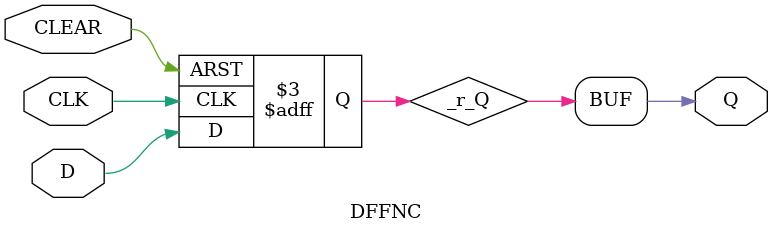
<source format=v>
`ifdef verilator3
`else
`timescale 1 ps / 1 ps
`endif

module DFFNC
#(
    parameter INIT = 1'b0
)
(
    input  CLEAR,
    input  CLK,
    input  D,
    output Q
);

    reg _r_Q;

    initial begin
        _r_Q = INIT;
    end

    always @(posedge CLEAR or negedge CLK) begin
    
        if (CLEAR) begin
            _r_Q <= 1'b0;
        end
        else begin
            _r_Q <= D;
        end
    end

    assign Q = _r_Q;

endmodule

</source>
